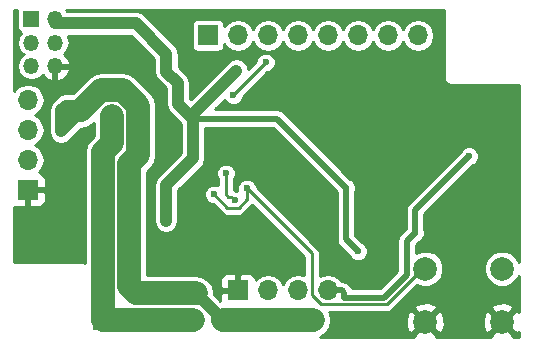
<source format=gbl>
G04 #@! TF.FileFunction,Copper,L2,Bot,Signal*
%FSLAX46Y46*%
G04 Gerber Fmt 4.6, Leading zero omitted, Abs format (unit mm)*
G04 Created by KiCad (PCBNEW 4.0.7) date 07/23/18 00:28:13*
%MOMM*%
%LPD*%
G01*
G04 APERTURE LIST*
%ADD10C,0.100000*%
%ADD11R,1.700000X1.700000*%
%ADD12O,1.700000X1.700000*%
%ADD13C,2.000000*%
%ADD14R,1.350000X1.350000*%
%ADD15O,1.350000X1.350000*%
%ADD16C,0.600000*%
%ADD17C,0.800000*%
%ADD18C,1.000000*%
%ADD19C,0.500000*%
%ADD20C,0.250000*%
%ADD21C,2.000000*%
%ADD22C,0.254000*%
G04 APERTURE END LIST*
D10*
D11*
X142240000Y-99441000D03*
D12*
X142240000Y-96901000D03*
X142240000Y-94361000D03*
X142240000Y-91821000D03*
D13*
X182372000Y-106117000D03*
X182372000Y-110617000D03*
X175872000Y-106117000D03*
X175872000Y-110617000D03*
D11*
X157480000Y-86360000D03*
D12*
X160020000Y-86360000D03*
X162560000Y-86360000D03*
X165100000Y-86360000D03*
X167640000Y-86360000D03*
X170180000Y-86360000D03*
X172720000Y-86360000D03*
X175260000Y-86360000D03*
D11*
X148590000Y-110490000D03*
D12*
X151130000Y-110490000D03*
X153670000Y-110490000D03*
X156210000Y-110490000D03*
X158750000Y-110490000D03*
X161290000Y-110490000D03*
X163830000Y-110490000D03*
X166370000Y-110490000D03*
D11*
X160020000Y-107950000D03*
D12*
X162560000Y-107950000D03*
X165100000Y-107950000D03*
X167640000Y-107950000D03*
D14*
X142526000Y-84963000D03*
D15*
X144526000Y-84963000D03*
X142526000Y-86963000D03*
X144526000Y-86963000D03*
X142526000Y-88963000D03*
X144526000Y-88963000D03*
D16*
X170180000Y-104648000D03*
X169164000Y-99250500D03*
X156210000Y-93408500D03*
X159893000Y-89344500D03*
X153924000Y-102044500D03*
X159004000Y-98044000D03*
X159766000Y-100330000D03*
X162369500Y-88646000D03*
X159639000Y-91440000D03*
X157988000Y-99822000D03*
X160782000Y-99314000D03*
X149352000Y-94488000D03*
X149352000Y-93218000D03*
D17*
X145034000Y-94488000D03*
X145034000Y-92710000D03*
D16*
X159639000Y-96393000D03*
X157988000Y-96393000D03*
X172339000Y-103632000D03*
X154559000Y-84836000D03*
X179578000Y-96583500D03*
X175006000Y-103060500D03*
D18*
X153924000Y-102044500D02*
X153924000Y-99060000D01*
X153924000Y-99060000D02*
X156210000Y-96774000D01*
X156210000Y-96774000D02*
X156210000Y-93408500D01*
X144526000Y-85344000D02*
X151384000Y-85344000D01*
X151384000Y-85344000D02*
X153950001Y-87910001D01*
X153950001Y-87910001D02*
X153950001Y-89434001D01*
X153950001Y-89434001D02*
X154940000Y-90424000D01*
X154940000Y-90424000D02*
X154940000Y-92138500D01*
X154940000Y-92138500D02*
X156210000Y-93408500D01*
D19*
X169164000Y-99250500D02*
X169164000Y-103632000D01*
X169164000Y-103632000D02*
X170180000Y-104648000D01*
X156210000Y-93408500D02*
X163322000Y-93408500D01*
X163322000Y-93408500D02*
X169164000Y-99250500D01*
D18*
X156210000Y-93408500D02*
X156210000Y-93027500D01*
X156210000Y-93027500D02*
X159893000Y-89344500D01*
D20*
X159212001Y-100030001D02*
X159004000Y-99822000D01*
X159004000Y-99822000D02*
X159004000Y-98044000D01*
X159766000Y-100330000D02*
X159466001Y-100030001D01*
X159466001Y-100030001D02*
X159212001Y-100030001D01*
X160655000Y-90424000D02*
X160655000Y-90360500D01*
X160655000Y-90360500D02*
X162369500Y-88646000D01*
X160655000Y-90424000D02*
X159639000Y-91440000D01*
X160782000Y-99314000D02*
X160782000Y-100239002D01*
X160782000Y-100239002D02*
X160066001Y-100955001D01*
X160066001Y-100955001D02*
X159121001Y-100955001D01*
X159121001Y-100955001D02*
X157988000Y-99822000D01*
X166275001Y-108324003D02*
X166275001Y-107385999D01*
X167075999Y-109125001D02*
X166275001Y-108324003D01*
X172609999Y-109125001D02*
X167075999Y-109125001D01*
X175618000Y-106117000D02*
X172609999Y-109125001D01*
X166275001Y-104807001D02*
X160782000Y-99314000D01*
X166275001Y-107385999D02*
X166275001Y-104807001D01*
D21*
X148590000Y-110490000D02*
X148590000Y-96266000D01*
X149352000Y-94488000D02*
X149352000Y-93218000D01*
X149352000Y-95504000D02*
X149352000Y-94488000D01*
X148590000Y-96266000D02*
X149352000Y-95504000D01*
X151130000Y-110490000D02*
X148590000Y-110490000D01*
X153670000Y-110490000D02*
X151130000Y-110490000D01*
X156210000Y-110490000D02*
X153670000Y-110490000D01*
D18*
X158750000Y-110490000D02*
X156464000Y-108204000D01*
X145034000Y-94488000D02*
X145796000Y-93726000D01*
X145796000Y-93726000D02*
X146748717Y-92773283D01*
X145034000Y-92710000D02*
X145796000Y-93472000D01*
X145796000Y-93472000D02*
X145796000Y-93726000D01*
X146748717Y-92773283D02*
X146748717Y-92710000D01*
X145034000Y-92710000D02*
X145433999Y-92310001D01*
X145433999Y-92310001D02*
X146348718Y-92310001D01*
X146348718Y-92310001D02*
X146748717Y-92710000D01*
X145034000Y-94488000D02*
X145034000Y-92710000D01*
D21*
X156464000Y-108204000D02*
X151384000Y-108204000D01*
X151384000Y-108204000D02*
X150790010Y-107610010D01*
X150790010Y-107610010D02*
X150790010Y-97282000D01*
X150790010Y-97282000D02*
X151552010Y-96520000D01*
X151552010Y-92306727D02*
X150263273Y-91017990D01*
X151552010Y-96520000D02*
X151552010Y-92306727D01*
X150263273Y-91017990D02*
X148440727Y-91017990D01*
X148440727Y-91017990D02*
X146748717Y-92710000D01*
X161290000Y-110490000D02*
X158750000Y-110490000D01*
X163830000Y-110490000D02*
X161290000Y-110490000D01*
X166370000Y-110490000D02*
X163830000Y-110490000D01*
D19*
X169037000Y-108549991D02*
X169037000Y-108144919D01*
X169037000Y-108144919D02*
X168842081Y-107950000D01*
X168842081Y-107950000D02*
X167640000Y-107950000D01*
X172371823Y-108549991D02*
X169037000Y-108549991D01*
X174307500Y-106614314D02*
X172371823Y-108549991D01*
X174307500Y-103759000D02*
X174307500Y-106614314D01*
X175006000Y-103060500D02*
X174307500Y-103759000D01*
X175006000Y-103060500D02*
X175006000Y-101155500D01*
X175006000Y-101155500D02*
X179578000Y-96583500D01*
D22*
G36*
X141305519Y-84288000D02*
X141305519Y-85638000D01*
X141342824Y-85836259D01*
X141459995Y-86018348D01*
X141629028Y-86133844D01*
X141384401Y-86499953D01*
X141292295Y-86963000D01*
X141384401Y-87426047D01*
X141646696Y-87818599D01*
X141862807Y-87963000D01*
X141646696Y-88107401D01*
X141384401Y-88499953D01*
X141292295Y-88963000D01*
X141384401Y-89426047D01*
X141646696Y-89818599D01*
X142039248Y-90080894D01*
X142502295Y-90173000D01*
X142549705Y-90173000D01*
X143012752Y-90080894D01*
X143405304Y-89818599D01*
X143474823Y-89714557D01*
X143736460Y-90008349D01*
X144196598Y-90230920D01*
X144399000Y-90108090D01*
X144399000Y-89090000D01*
X144653000Y-89090000D01*
X144653000Y-90108090D01*
X144855402Y-90230920D01*
X145315540Y-90008349D01*
X145655478Y-89626633D01*
X145793910Y-89292400D01*
X145670224Y-89090000D01*
X144653000Y-89090000D01*
X144399000Y-89090000D01*
X144379000Y-89090000D01*
X144379000Y-88836000D01*
X144399000Y-88836000D01*
X144399000Y-88816000D01*
X144653000Y-88816000D01*
X144653000Y-88836000D01*
X145670224Y-88836000D01*
X145793910Y-88633600D01*
X145655478Y-88299367D01*
X145315540Y-87917651D01*
X145281619Y-87901243D01*
X145405304Y-87818599D01*
X145667599Y-87426047D01*
X145759705Y-86963000D01*
X145667599Y-86499953D01*
X145586781Y-86379000D01*
X150955288Y-86379000D01*
X152915001Y-88338712D01*
X152915001Y-89433996D01*
X152915000Y-89434001D01*
X152993786Y-89830078D01*
X153218145Y-90165857D01*
X153905000Y-90852712D01*
X153905000Y-92138495D01*
X153904999Y-92138500D01*
X153983785Y-92534577D01*
X154208144Y-92870356D01*
X155175000Y-93837211D01*
X155175000Y-96345289D01*
X153192144Y-98328144D01*
X152967785Y-98663923D01*
X152888999Y-99060000D01*
X152889000Y-99060005D01*
X152889000Y-102044500D01*
X152967785Y-102440577D01*
X153192144Y-102776356D01*
X153527923Y-103000715D01*
X153924000Y-103079500D01*
X154320077Y-103000715D01*
X154655856Y-102776356D01*
X154880215Y-102440577D01*
X154959000Y-102044500D01*
X154959000Y-99488712D01*
X156941853Y-97505858D01*
X156941856Y-97505856D01*
X157140305Y-97208855D01*
X157166215Y-97170078D01*
X157245001Y-96774000D01*
X157245000Y-96773995D01*
X157245000Y-94193500D01*
X162996842Y-94193500D01*
X168379000Y-99575658D01*
X168379000Y-103632000D01*
X168438755Y-103932407D01*
X168608921Y-104187079D01*
X169422063Y-105000221D01*
X169471708Y-105120372D01*
X169706393Y-105355466D01*
X170013179Y-105482855D01*
X170345363Y-105483145D01*
X170652372Y-105356292D01*
X170887466Y-105121607D01*
X171014855Y-104814821D01*
X171015145Y-104482637D01*
X170888292Y-104175628D01*
X170653607Y-103940534D01*
X170532336Y-103890178D01*
X169949000Y-103306842D01*
X169949000Y-99537385D01*
X169998855Y-99417321D01*
X169999145Y-99085137D01*
X169872292Y-98778128D01*
X169637607Y-98543034D01*
X169516336Y-98492678D01*
X163877079Y-92853421D01*
X163622407Y-92683255D01*
X163322000Y-92623500D01*
X158077712Y-92623500D01*
X158889228Y-91811983D01*
X158930708Y-91912372D01*
X159165393Y-92147466D01*
X159472179Y-92274855D01*
X159804363Y-92275145D01*
X160111372Y-92148292D01*
X160346466Y-91913607D01*
X160473855Y-91606821D01*
X160473915Y-91538465D01*
X161121690Y-90890690D01*
X161249559Y-90699322D01*
X162467794Y-89481086D01*
X162534863Y-89481145D01*
X162841872Y-89354292D01*
X163076966Y-89119607D01*
X163204355Y-88812821D01*
X163204645Y-88480637D01*
X163077792Y-88173628D01*
X162843107Y-87938534D01*
X162536321Y-87811145D01*
X162204137Y-87810855D01*
X161897128Y-87937708D01*
X161662034Y-88172393D01*
X161534645Y-88479179D01*
X161534585Y-88547534D01*
X160896414Y-89185705D01*
X160849215Y-88948422D01*
X160624856Y-88612644D01*
X160289078Y-88388285D01*
X159893000Y-88309499D01*
X159496923Y-88388285D01*
X159161145Y-88612644D01*
X156019500Y-91754288D01*
X155975000Y-91709788D01*
X155975000Y-90424005D01*
X155975001Y-90424000D01*
X155896215Y-90027923D01*
X155671856Y-89692144D01*
X154985001Y-89005289D01*
X154985001Y-87910001D01*
X154953771Y-87753000D01*
X154906216Y-87513923D01*
X154807696Y-87366477D01*
X154681857Y-87178145D01*
X154681854Y-87178143D01*
X153013712Y-85510000D01*
X156084519Y-85510000D01*
X156084519Y-87210000D01*
X156121824Y-87408259D01*
X156238995Y-87590348D01*
X156417777Y-87712505D01*
X156630000Y-87755481D01*
X158330000Y-87755481D01*
X158528259Y-87718176D01*
X158710348Y-87601005D01*
X158832505Y-87422223D01*
X158875481Y-87210000D01*
X158875481Y-87119274D01*
X159040657Y-87366477D01*
X159489983Y-87666707D01*
X160020000Y-87772134D01*
X160550017Y-87666707D01*
X160999343Y-87366477D01*
X161290000Y-86931478D01*
X161580657Y-87366477D01*
X162029983Y-87666707D01*
X162560000Y-87772134D01*
X163090017Y-87666707D01*
X163539343Y-87366477D01*
X163830000Y-86931478D01*
X164120657Y-87366477D01*
X164569983Y-87666707D01*
X165100000Y-87772134D01*
X165630017Y-87666707D01*
X166079343Y-87366477D01*
X166370000Y-86931478D01*
X166660657Y-87366477D01*
X167109983Y-87666707D01*
X167640000Y-87772134D01*
X168170017Y-87666707D01*
X168619343Y-87366477D01*
X168910000Y-86931478D01*
X169200657Y-87366477D01*
X169649983Y-87666707D01*
X170180000Y-87772134D01*
X170710017Y-87666707D01*
X171159343Y-87366477D01*
X171450000Y-86931478D01*
X171740657Y-87366477D01*
X172189983Y-87666707D01*
X172720000Y-87772134D01*
X173250017Y-87666707D01*
X173699343Y-87366477D01*
X173990000Y-86931478D01*
X174280657Y-87366477D01*
X174729983Y-87666707D01*
X175260000Y-87772134D01*
X175790017Y-87666707D01*
X176239343Y-87366477D01*
X176539573Y-86917151D01*
X176645000Y-86387134D01*
X176645000Y-86332866D01*
X176539573Y-85802849D01*
X176239343Y-85353523D01*
X175790017Y-85053293D01*
X175260000Y-84947866D01*
X174729983Y-85053293D01*
X174280657Y-85353523D01*
X173990000Y-85788522D01*
X173699343Y-85353523D01*
X173250017Y-85053293D01*
X172720000Y-84947866D01*
X172189983Y-85053293D01*
X171740657Y-85353523D01*
X171450000Y-85788522D01*
X171159343Y-85353523D01*
X170710017Y-85053293D01*
X170180000Y-84947866D01*
X169649983Y-85053293D01*
X169200657Y-85353523D01*
X168910000Y-85788522D01*
X168619343Y-85353523D01*
X168170017Y-85053293D01*
X167640000Y-84947866D01*
X167109983Y-85053293D01*
X166660657Y-85353523D01*
X166370000Y-85788522D01*
X166079343Y-85353523D01*
X165630017Y-85053293D01*
X165100000Y-84947866D01*
X164569983Y-85053293D01*
X164120657Y-85353523D01*
X163830000Y-85788522D01*
X163539343Y-85353523D01*
X163090017Y-85053293D01*
X162560000Y-84947866D01*
X162029983Y-85053293D01*
X161580657Y-85353523D01*
X161290000Y-85788522D01*
X160999343Y-85353523D01*
X160550017Y-85053293D01*
X160020000Y-84947866D01*
X159489983Y-85053293D01*
X159040657Y-85353523D01*
X158875481Y-85600726D01*
X158875481Y-85510000D01*
X158838176Y-85311741D01*
X158721005Y-85129652D01*
X158542223Y-85007495D01*
X158330000Y-84964519D01*
X156630000Y-84964519D01*
X156431741Y-85001824D01*
X156249652Y-85118995D01*
X156127495Y-85297777D01*
X156084519Y-85510000D01*
X153013712Y-85510000D01*
X152115856Y-84612144D01*
X151780077Y-84387785D01*
X151384000Y-84308999D01*
X151383995Y-84309000D01*
X145540008Y-84309000D01*
X145451140Y-84176000D01*
X177444000Y-84176000D01*
X177444000Y-89916000D01*
X177490433Y-90149437D01*
X177622665Y-90347335D01*
X177820563Y-90479567D01*
X178054000Y-90526000D01*
X183794000Y-90526000D01*
X183794000Y-105538887D01*
X183674068Y-105248629D01*
X183242643Y-104816449D01*
X182678670Y-104582267D01*
X182068009Y-104581735D01*
X181503629Y-104814932D01*
X181071449Y-105246357D01*
X180837267Y-105810330D01*
X180836735Y-106420991D01*
X181069932Y-106985371D01*
X181501357Y-107417551D01*
X182065330Y-107651733D01*
X182675991Y-107652265D01*
X183240371Y-107419068D01*
X183672551Y-106987643D01*
X183794000Y-106695161D01*
X183794000Y-109749044D01*
X183791387Y-109742736D01*
X183524532Y-109644073D01*
X182551605Y-110617000D01*
X183524532Y-111589927D01*
X183791387Y-111491264D01*
X183794000Y-111484231D01*
X183794000Y-111912000D01*
X183292253Y-111912000D01*
X183344927Y-111769532D01*
X182372000Y-110796605D01*
X181399073Y-111769532D01*
X181451747Y-111912000D01*
X176792253Y-111912000D01*
X176844927Y-111769532D01*
X175872000Y-110796605D01*
X174899073Y-111769532D01*
X174951747Y-111912000D01*
X166938089Y-111912000D01*
X166957419Y-111908155D01*
X167455409Y-111575409D01*
X167788155Y-111077419D01*
X167905000Y-110490000D01*
X167877642Y-110352461D01*
X174226092Y-110352461D01*
X174250144Y-111002460D01*
X174452613Y-111491264D01*
X174719468Y-111589927D01*
X175692395Y-110617000D01*
X176051605Y-110617000D01*
X177024532Y-111589927D01*
X177291387Y-111491264D01*
X177517908Y-110881539D01*
X177498331Y-110352461D01*
X180726092Y-110352461D01*
X180750144Y-111002460D01*
X180952613Y-111491264D01*
X181219468Y-111589927D01*
X182192395Y-110617000D01*
X181219468Y-109644073D01*
X180952613Y-109742736D01*
X180726092Y-110352461D01*
X177498331Y-110352461D01*
X177493856Y-110231540D01*
X177291387Y-109742736D01*
X177024532Y-109644073D01*
X176051605Y-110617000D01*
X175692395Y-110617000D01*
X174719468Y-109644073D01*
X174452613Y-109742736D01*
X174226092Y-110352461D01*
X167877642Y-110352461D01*
X167788155Y-109902581D01*
X167709591Y-109785001D01*
X172609999Y-109785001D01*
X172862570Y-109734761D01*
X173076689Y-109591691D01*
X173203912Y-109464468D01*
X174899073Y-109464468D01*
X175872000Y-110437395D01*
X176844927Y-109464468D01*
X181399073Y-109464468D01*
X182372000Y-110437395D01*
X183344927Y-109464468D01*
X183246264Y-109197613D01*
X182636539Y-108971092D01*
X181986540Y-108995144D01*
X181497736Y-109197613D01*
X181399073Y-109464468D01*
X176844927Y-109464468D01*
X176746264Y-109197613D01*
X176136539Y-108971092D01*
X175486540Y-108995144D01*
X174997736Y-109197613D01*
X174899073Y-109464468D01*
X173203912Y-109464468D01*
X175177633Y-107490747D01*
X175565330Y-107651733D01*
X176175991Y-107652265D01*
X176740371Y-107419068D01*
X177172551Y-106987643D01*
X177406733Y-106423670D01*
X177407265Y-105813009D01*
X177174068Y-105248629D01*
X176742643Y-104816449D01*
X176178670Y-104582267D01*
X175568009Y-104581735D01*
X175092500Y-104778211D01*
X175092500Y-104084158D01*
X175358221Y-103818437D01*
X175478372Y-103768792D01*
X175713466Y-103534107D01*
X175840855Y-103227321D01*
X175841145Y-102895137D01*
X175791000Y-102773776D01*
X175791000Y-101480658D01*
X179930221Y-97341437D01*
X180050372Y-97291792D01*
X180285466Y-97057107D01*
X180412855Y-96750321D01*
X180413145Y-96418137D01*
X180286292Y-96111128D01*
X180051607Y-95876034D01*
X179744821Y-95748645D01*
X179412637Y-95748355D01*
X179105628Y-95875208D01*
X178870534Y-96109893D01*
X178820178Y-96231164D01*
X174450921Y-100600421D01*
X174280755Y-100855093D01*
X174280755Y-100855094D01*
X174221000Y-101155500D01*
X174221000Y-102735342D01*
X173752421Y-103203921D01*
X173582255Y-103458593D01*
X173582255Y-103458594D01*
X173522500Y-103759000D01*
X173522500Y-106289156D01*
X172046665Y-107764991D01*
X169709111Y-107764991D01*
X169592079Y-107589840D01*
X169397160Y-107394921D01*
X169142488Y-107224755D01*
X168842081Y-107165000D01*
X168767329Y-107165000D01*
X168619343Y-106943523D01*
X168170017Y-106643293D01*
X167640000Y-106537866D01*
X167109983Y-106643293D01*
X166935001Y-106760212D01*
X166935001Y-104807001D01*
X166884761Y-104554430D01*
X166792933Y-104417000D01*
X166741692Y-104340311D01*
X161617086Y-99215706D01*
X161617145Y-99148637D01*
X161490292Y-98841628D01*
X161255607Y-98606534D01*
X160948821Y-98479145D01*
X160616637Y-98478855D01*
X160309628Y-98605708D01*
X160074534Y-98840393D01*
X159947145Y-99147179D01*
X159946855Y-99479363D01*
X159957633Y-99505448D01*
X159932821Y-99495145D01*
X159830540Y-99495056D01*
X159718572Y-99420241D01*
X159703892Y-99417321D01*
X159664000Y-99409386D01*
X159664000Y-98564990D01*
X159711466Y-98517607D01*
X159838855Y-98210821D01*
X159839145Y-97878637D01*
X159712292Y-97571628D01*
X159477607Y-97336534D01*
X159170821Y-97209145D01*
X158838637Y-97208855D01*
X158531628Y-97335708D01*
X158296534Y-97570393D01*
X158169145Y-97877179D01*
X158168855Y-98209363D01*
X158295708Y-98516372D01*
X158344000Y-98564748D01*
X158344000Y-99065699D01*
X158154821Y-98987145D01*
X157822637Y-98986855D01*
X157515628Y-99113708D01*
X157280534Y-99348393D01*
X157153145Y-99655179D01*
X157152855Y-99987363D01*
X157279708Y-100294372D01*
X157514393Y-100529466D01*
X157821179Y-100656855D01*
X157889534Y-100656915D01*
X158654310Y-101421691D01*
X158868430Y-101564761D01*
X159121001Y-101615001D01*
X160066001Y-101615001D01*
X160318572Y-101564761D01*
X160532691Y-101421691D01*
X161244501Y-100709882D01*
X165615001Y-105080382D01*
X165615001Y-106640306D01*
X165100000Y-106537866D01*
X164569983Y-106643293D01*
X164120657Y-106943523D01*
X163830000Y-107378522D01*
X163539343Y-106943523D01*
X163090017Y-106643293D01*
X162560000Y-106537866D01*
X162029983Y-106643293D01*
X161580657Y-106943523D01*
X161505000Y-107056752D01*
X161505000Y-106973691D01*
X161408327Y-106740302D01*
X161229699Y-106561673D01*
X160996310Y-106465000D01*
X160305750Y-106465000D01*
X160147000Y-106623750D01*
X160147000Y-107823000D01*
X160167000Y-107823000D01*
X160167000Y-108077000D01*
X160147000Y-108077000D01*
X160147000Y-108097000D01*
X159893000Y-108097000D01*
X159893000Y-108077000D01*
X158693750Y-108077000D01*
X158535000Y-108235750D01*
X158535000Y-108811289D01*
X157987172Y-108263461D01*
X157999000Y-108204000D01*
X157882155Y-107616581D01*
X157549409Y-107118591D01*
X157332551Y-106973691D01*
X158535000Y-106973691D01*
X158535000Y-107664250D01*
X158693750Y-107823000D01*
X159893000Y-107823000D01*
X159893000Y-106623750D01*
X159734250Y-106465000D01*
X159043690Y-106465000D01*
X158810301Y-106561673D01*
X158631673Y-106740302D01*
X158535000Y-106973691D01*
X157332551Y-106973691D01*
X157051419Y-106785845D01*
X156464000Y-106669000D01*
X152325010Y-106669000D01*
X152325010Y-97917818D01*
X152637419Y-97605409D01*
X152970165Y-97107419D01*
X153087010Y-96520000D01*
X153087010Y-92306727D01*
X152970165Y-91719308D01*
X152637419Y-91221318D01*
X151348682Y-89932581D01*
X150850692Y-89599835D01*
X150263273Y-89482990D01*
X148440727Y-89482990D01*
X147853308Y-89599835D01*
X147355318Y-89932581D01*
X146012898Y-91275001D01*
X145434004Y-91275001D01*
X145433999Y-91275000D01*
X145037922Y-91353786D01*
X144702143Y-91578145D01*
X144302144Y-91978144D01*
X144077785Y-92313923D01*
X143998999Y-92710000D01*
X143999000Y-92710005D01*
X143999000Y-94487995D01*
X143998999Y-94488000D01*
X144077785Y-94884077D01*
X144302144Y-95219856D01*
X144637923Y-95444215D01*
X145034000Y-95523001D01*
X145430077Y-95444215D01*
X145765856Y-95219856D01*
X146527853Y-94457858D01*
X146527856Y-94457856D01*
X146742040Y-94243672D01*
X146748717Y-94245000D01*
X147336136Y-94128155D01*
X147817000Y-93806852D01*
X147817000Y-94868182D01*
X147504591Y-95180591D01*
X147171845Y-95678581D01*
X147055000Y-96266000D01*
X147055000Y-105614823D01*
X147045437Y-105608433D01*
X146812000Y-105562000D01*
X141072000Y-105562000D01*
X141072000Y-100846599D01*
X141263691Y-100926000D01*
X141954250Y-100926000D01*
X142113000Y-100767250D01*
X142113000Y-99568000D01*
X142367000Y-99568000D01*
X142367000Y-100767250D01*
X142525750Y-100926000D01*
X143216309Y-100926000D01*
X143449698Y-100829327D01*
X143628327Y-100650699D01*
X143725000Y-100417310D01*
X143725000Y-99726750D01*
X143566250Y-99568000D01*
X142367000Y-99568000D01*
X142113000Y-99568000D01*
X142093000Y-99568000D01*
X142093000Y-99314000D01*
X142113000Y-99314000D01*
X142113000Y-99294000D01*
X142367000Y-99294000D01*
X142367000Y-99314000D01*
X143566250Y-99314000D01*
X143725000Y-99155250D01*
X143725000Y-98464690D01*
X143628327Y-98231301D01*
X143449698Y-98052673D01*
X143216309Y-97956000D01*
X143133248Y-97956000D01*
X143246477Y-97880343D01*
X143546707Y-97431017D01*
X143652134Y-96901000D01*
X143546707Y-96370983D01*
X143246477Y-95921657D01*
X142811478Y-95631000D01*
X143246477Y-95340343D01*
X143546707Y-94891017D01*
X143652134Y-94361000D01*
X143546707Y-93830983D01*
X143246477Y-93381657D01*
X142811478Y-93091000D01*
X143246477Y-92800343D01*
X143546707Y-92351017D01*
X143652134Y-91821000D01*
X143546707Y-91290983D01*
X143246477Y-90841657D01*
X142797151Y-90541427D01*
X142267134Y-90436000D01*
X142212866Y-90436000D01*
X141682849Y-90541427D01*
X141233523Y-90841657D01*
X141072000Y-91083393D01*
X141072000Y-84176000D01*
X141328199Y-84176000D01*
X141305519Y-84288000D01*
X141305519Y-84288000D01*
G37*
X141305519Y-84288000D02*
X141305519Y-85638000D01*
X141342824Y-85836259D01*
X141459995Y-86018348D01*
X141629028Y-86133844D01*
X141384401Y-86499953D01*
X141292295Y-86963000D01*
X141384401Y-87426047D01*
X141646696Y-87818599D01*
X141862807Y-87963000D01*
X141646696Y-88107401D01*
X141384401Y-88499953D01*
X141292295Y-88963000D01*
X141384401Y-89426047D01*
X141646696Y-89818599D01*
X142039248Y-90080894D01*
X142502295Y-90173000D01*
X142549705Y-90173000D01*
X143012752Y-90080894D01*
X143405304Y-89818599D01*
X143474823Y-89714557D01*
X143736460Y-90008349D01*
X144196598Y-90230920D01*
X144399000Y-90108090D01*
X144399000Y-89090000D01*
X144653000Y-89090000D01*
X144653000Y-90108090D01*
X144855402Y-90230920D01*
X145315540Y-90008349D01*
X145655478Y-89626633D01*
X145793910Y-89292400D01*
X145670224Y-89090000D01*
X144653000Y-89090000D01*
X144399000Y-89090000D01*
X144379000Y-89090000D01*
X144379000Y-88836000D01*
X144399000Y-88836000D01*
X144399000Y-88816000D01*
X144653000Y-88816000D01*
X144653000Y-88836000D01*
X145670224Y-88836000D01*
X145793910Y-88633600D01*
X145655478Y-88299367D01*
X145315540Y-87917651D01*
X145281619Y-87901243D01*
X145405304Y-87818599D01*
X145667599Y-87426047D01*
X145759705Y-86963000D01*
X145667599Y-86499953D01*
X145586781Y-86379000D01*
X150955288Y-86379000D01*
X152915001Y-88338712D01*
X152915001Y-89433996D01*
X152915000Y-89434001D01*
X152993786Y-89830078D01*
X153218145Y-90165857D01*
X153905000Y-90852712D01*
X153905000Y-92138495D01*
X153904999Y-92138500D01*
X153983785Y-92534577D01*
X154208144Y-92870356D01*
X155175000Y-93837211D01*
X155175000Y-96345289D01*
X153192144Y-98328144D01*
X152967785Y-98663923D01*
X152888999Y-99060000D01*
X152889000Y-99060005D01*
X152889000Y-102044500D01*
X152967785Y-102440577D01*
X153192144Y-102776356D01*
X153527923Y-103000715D01*
X153924000Y-103079500D01*
X154320077Y-103000715D01*
X154655856Y-102776356D01*
X154880215Y-102440577D01*
X154959000Y-102044500D01*
X154959000Y-99488712D01*
X156941853Y-97505858D01*
X156941856Y-97505856D01*
X157140305Y-97208855D01*
X157166215Y-97170078D01*
X157245001Y-96774000D01*
X157245000Y-96773995D01*
X157245000Y-94193500D01*
X162996842Y-94193500D01*
X168379000Y-99575658D01*
X168379000Y-103632000D01*
X168438755Y-103932407D01*
X168608921Y-104187079D01*
X169422063Y-105000221D01*
X169471708Y-105120372D01*
X169706393Y-105355466D01*
X170013179Y-105482855D01*
X170345363Y-105483145D01*
X170652372Y-105356292D01*
X170887466Y-105121607D01*
X171014855Y-104814821D01*
X171015145Y-104482637D01*
X170888292Y-104175628D01*
X170653607Y-103940534D01*
X170532336Y-103890178D01*
X169949000Y-103306842D01*
X169949000Y-99537385D01*
X169998855Y-99417321D01*
X169999145Y-99085137D01*
X169872292Y-98778128D01*
X169637607Y-98543034D01*
X169516336Y-98492678D01*
X163877079Y-92853421D01*
X163622407Y-92683255D01*
X163322000Y-92623500D01*
X158077712Y-92623500D01*
X158889228Y-91811983D01*
X158930708Y-91912372D01*
X159165393Y-92147466D01*
X159472179Y-92274855D01*
X159804363Y-92275145D01*
X160111372Y-92148292D01*
X160346466Y-91913607D01*
X160473855Y-91606821D01*
X160473915Y-91538465D01*
X161121690Y-90890690D01*
X161249559Y-90699322D01*
X162467794Y-89481086D01*
X162534863Y-89481145D01*
X162841872Y-89354292D01*
X163076966Y-89119607D01*
X163204355Y-88812821D01*
X163204645Y-88480637D01*
X163077792Y-88173628D01*
X162843107Y-87938534D01*
X162536321Y-87811145D01*
X162204137Y-87810855D01*
X161897128Y-87937708D01*
X161662034Y-88172393D01*
X161534645Y-88479179D01*
X161534585Y-88547534D01*
X160896414Y-89185705D01*
X160849215Y-88948422D01*
X160624856Y-88612644D01*
X160289078Y-88388285D01*
X159893000Y-88309499D01*
X159496923Y-88388285D01*
X159161145Y-88612644D01*
X156019500Y-91754288D01*
X155975000Y-91709788D01*
X155975000Y-90424005D01*
X155975001Y-90424000D01*
X155896215Y-90027923D01*
X155671856Y-89692144D01*
X154985001Y-89005289D01*
X154985001Y-87910001D01*
X154953771Y-87753000D01*
X154906216Y-87513923D01*
X154807696Y-87366477D01*
X154681857Y-87178145D01*
X154681854Y-87178143D01*
X153013712Y-85510000D01*
X156084519Y-85510000D01*
X156084519Y-87210000D01*
X156121824Y-87408259D01*
X156238995Y-87590348D01*
X156417777Y-87712505D01*
X156630000Y-87755481D01*
X158330000Y-87755481D01*
X158528259Y-87718176D01*
X158710348Y-87601005D01*
X158832505Y-87422223D01*
X158875481Y-87210000D01*
X158875481Y-87119274D01*
X159040657Y-87366477D01*
X159489983Y-87666707D01*
X160020000Y-87772134D01*
X160550017Y-87666707D01*
X160999343Y-87366477D01*
X161290000Y-86931478D01*
X161580657Y-87366477D01*
X162029983Y-87666707D01*
X162560000Y-87772134D01*
X163090017Y-87666707D01*
X163539343Y-87366477D01*
X163830000Y-86931478D01*
X164120657Y-87366477D01*
X164569983Y-87666707D01*
X165100000Y-87772134D01*
X165630017Y-87666707D01*
X166079343Y-87366477D01*
X166370000Y-86931478D01*
X166660657Y-87366477D01*
X167109983Y-87666707D01*
X167640000Y-87772134D01*
X168170017Y-87666707D01*
X168619343Y-87366477D01*
X168910000Y-86931478D01*
X169200657Y-87366477D01*
X169649983Y-87666707D01*
X170180000Y-87772134D01*
X170710017Y-87666707D01*
X171159343Y-87366477D01*
X171450000Y-86931478D01*
X171740657Y-87366477D01*
X172189983Y-87666707D01*
X172720000Y-87772134D01*
X173250017Y-87666707D01*
X173699343Y-87366477D01*
X173990000Y-86931478D01*
X174280657Y-87366477D01*
X174729983Y-87666707D01*
X175260000Y-87772134D01*
X175790017Y-87666707D01*
X176239343Y-87366477D01*
X176539573Y-86917151D01*
X176645000Y-86387134D01*
X176645000Y-86332866D01*
X176539573Y-85802849D01*
X176239343Y-85353523D01*
X175790017Y-85053293D01*
X175260000Y-84947866D01*
X174729983Y-85053293D01*
X174280657Y-85353523D01*
X173990000Y-85788522D01*
X173699343Y-85353523D01*
X173250017Y-85053293D01*
X172720000Y-84947866D01*
X172189983Y-85053293D01*
X171740657Y-85353523D01*
X171450000Y-85788522D01*
X171159343Y-85353523D01*
X170710017Y-85053293D01*
X170180000Y-84947866D01*
X169649983Y-85053293D01*
X169200657Y-85353523D01*
X168910000Y-85788522D01*
X168619343Y-85353523D01*
X168170017Y-85053293D01*
X167640000Y-84947866D01*
X167109983Y-85053293D01*
X166660657Y-85353523D01*
X166370000Y-85788522D01*
X166079343Y-85353523D01*
X165630017Y-85053293D01*
X165100000Y-84947866D01*
X164569983Y-85053293D01*
X164120657Y-85353523D01*
X163830000Y-85788522D01*
X163539343Y-85353523D01*
X163090017Y-85053293D01*
X162560000Y-84947866D01*
X162029983Y-85053293D01*
X161580657Y-85353523D01*
X161290000Y-85788522D01*
X160999343Y-85353523D01*
X160550017Y-85053293D01*
X160020000Y-84947866D01*
X159489983Y-85053293D01*
X159040657Y-85353523D01*
X158875481Y-85600726D01*
X158875481Y-85510000D01*
X158838176Y-85311741D01*
X158721005Y-85129652D01*
X158542223Y-85007495D01*
X158330000Y-84964519D01*
X156630000Y-84964519D01*
X156431741Y-85001824D01*
X156249652Y-85118995D01*
X156127495Y-85297777D01*
X156084519Y-85510000D01*
X153013712Y-85510000D01*
X152115856Y-84612144D01*
X151780077Y-84387785D01*
X151384000Y-84308999D01*
X151383995Y-84309000D01*
X145540008Y-84309000D01*
X145451140Y-84176000D01*
X177444000Y-84176000D01*
X177444000Y-89916000D01*
X177490433Y-90149437D01*
X177622665Y-90347335D01*
X177820563Y-90479567D01*
X178054000Y-90526000D01*
X183794000Y-90526000D01*
X183794000Y-105538887D01*
X183674068Y-105248629D01*
X183242643Y-104816449D01*
X182678670Y-104582267D01*
X182068009Y-104581735D01*
X181503629Y-104814932D01*
X181071449Y-105246357D01*
X180837267Y-105810330D01*
X180836735Y-106420991D01*
X181069932Y-106985371D01*
X181501357Y-107417551D01*
X182065330Y-107651733D01*
X182675991Y-107652265D01*
X183240371Y-107419068D01*
X183672551Y-106987643D01*
X183794000Y-106695161D01*
X183794000Y-109749044D01*
X183791387Y-109742736D01*
X183524532Y-109644073D01*
X182551605Y-110617000D01*
X183524532Y-111589927D01*
X183791387Y-111491264D01*
X183794000Y-111484231D01*
X183794000Y-111912000D01*
X183292253Y-111912000D01*
X183344927Y-111769532D01*
X182372000Y-110796605D01*
X181399073Y-111769532D01*
X181451747Y-111912000D01*
X176792253Y-111912000D01*
X176844927Y-111769532D01*
X175872000Y-110796605D01*
X174899073Y-111769532D01*
X174951747Y-111912000D01*
X166938089Y-111912000D01*
X166957419Y-111908155D01*
X167455409Y-111575409D01*
X167788155Y-111077419D01*
X167905000Y-110490000D01*
X167877642Y-110352461D01*
X174226092Y-110352461D01*
X174250144Y-111002460D01*
X174452613Y-111491264D01*
X174719468Y-111589927D01*
X175692395Y-110617000D01*
X176051605Y-110617000D01*
X177024532Y-111589927D01*
X177291387Y-111491264D01*
X177517908Y-110881539D01*
X177498331Y-110352461D01*
X180726092Y-110352461D01*
X180750144Y-111002460D01*
X180952613Y-111491264D01*
X181219468Y-111589927D01*
X182192395Y-110617000D01*
X181219468Y-109644073D01*
X180952613Y-109742736D01*
X180726092Y-110352461D01*
X177498331Y-110352461D01*
X177493856Y-110231540D01*
X177291387Y-109742736D01*
X177024532Y-109644073D01*
X176051605Y-110617000D01*
X175692395Y-110617000D01*
X174719468Y-109644073D01*
X174452613Y-109742736D01*
X174226092Y-110352461D01*
X167877642Y-110352461D01*
X167788155Y-109902581D01*
X167709591Y-109785001D01*
X172609999Y-109785001D01*
X172862570Y-109734761D01*
X173076689Y-109591691D01*
X173203912Y-109464468D01*
X174899073Y-109464468D01*
X175872000Y-110437395D01*
X176844927Y-109464468D01*
X181399073Y-109464468D01*
X182372000Y-110437395D01*
X183344927Y-109464468D01*
X183246264Y-109197613D01*
X182636539Y-108971092D01*
X181986540Y-108995144D01*
X181497736Y-109197613D01*
X181399073Y-109464468D01*
X176844927Y-109464468D01*
X176746264Y-109197613D01*
X176136539Y-108971092D01*
X175486540Y-108995144D01*
X174997736Y-109197613D01*
X174899073Y-109464468D01*
X173203912Y-109464468D01*
X175177633Y-107490747D01*
X175565330Y-107651733D01*
X176175991Y-107652265D01*
X176740371Y-107419068D01*
X177172551Y-106987643D01*
X177406733Y-106423670D01*
X177407265Y-105813009D01*
X177174068Y-105248629D01*
X176742643Y-104816449D01*
X176178670Y-104582267D01*
X175568009Y-104581735D01*
X175092500Y-104778211D01*
X175092500Y-104084158D01*
X175358221Y-103818437D01*
X175478372Y-103768792D01*
X175713466Y-103534107D01*
X175840855Y-103227321D01*
X175841145Y-102895137D01*
X175791000Y-102773776D01*
X175791000Y-101480658D01*
X179930221Y-97341437D01*
X180050372Y-97291792D01*
X180285466Y-97057107D01*
X180412855Y-96750321D01*
X180413145Y-96418137D01*
X180286292Y-96111128D01*
X180051607Y-95876034D01*
X179744821Y-95748645D01*
X179412637Y-95748355D01*
X179105628Y-95875208D01*
X178870534Y-96109893D01*
X178820178Y-96231164D01*
X174450921Y-100600421D01*
X174280755Y-100855093D01*
X174280755Y-100855094D01*
X174221000Y-101155500D01*
X174221000Y-102735342D01*
X173752421Y-103203921D01*
X173582255Y-103458593D01*
X173582255Y-103458594D01*
X173522500Y-103759000D01*
X173522500Y-106289156D01*
X172046665Y-107764991D01*
X169709111Y-107764991D01*
X169592079Y-107589840D01*
X169397160Y-107394921D01*
X169142488Y-107224755D01*
X168842081Y-107165000D01*
X168767329Y-107165000D01*
X168619343Y-106943523D01*
X168170017Y-106643293D01*
X167640000Y-106537866D01*
X167109983Y-106643293D01*
X166935001Y-106760212D01*
X166935001Y-104807001D01*
X166884761Y-104554430D01*
X166792933Y-104417000D01*
X166741692Y-104340311D01*
X161617086Y-99215706D01*
X161617145Y-99148637D01*
X161490292Y-98841628D01*
X161255607Y-98606534D01*
X160948821Y-98479145D01*
X160616637Y-98478855D01*
X160309628Y-98605708D01*
X160074534Y-98840393D01*
X159947145Y-99147179D01*
X159946855Y-99479363D01*
X159957633Y-99505448D01*
X159932821Y-99495145D01*
X159830540Y-99495056D01*
X159718572Y-99420241D01*
X159703892Y-99417321D01*
X159664000Y-99409386D01*
X159664000Y-98564990D01*
X159711466Y-98517607D01*
X159838855Y-98210821D01*
X159839145Y-97878637D01*
X159712292Y-97571628D01*
X159477607Y-97336534D01*
X159170821Y-97209145D01*
X158838637Y-97208855D01*
X158531628Y-97335708D01*
X158296534Y-97570393D01*
X158169145Y-97877179D01*
X158168855Y-98209363D01*
X158295708Y-98516372D01*
X158344000Y-98564748D01*
X158344000Y-99065699D01*
X158154821Y-98987145D01*
X157822637Y-98986855D01*
X157515628Y-99113708D01*
X157280534Y-99348393D01*
X157153145Y-99655179D01*
X157152855Y-99987363D01*
X157279708Y-100294372D01*
X157514393Y-100529466D01*
X157821179Y-100656855D01*
X157889534Y-100656915D01*
X158654310Y-101421691D01*
X158868430Y-101564761D01*
X159121001Y-101615001D01*
X160066001Y-101615001D01*
X160318572Y-101564761D01*
X160532691Y-101421691D01*
X161244501Y-100709882D01*
X165615001Y-105080382D01*
X165615001Y-106640306D01*
X165100000Y-106537866D01*
X164569983Y-106643293D01*
X164120657Y-106943523D01*
X163830000Y-107378522D01*
X163539343Y-106943523D01*
X163090017Y-106643293D01*
X162560000Y-106537866D01*
X162029983Y-106643293D01*
X161580657Y-106943523D01*
X161505000Y-107056752D01*
X161505000Y-106973691D01*
X161408327Y-106740302D01*
X161229699Y-106561673D01*
X160996310Y-106465000D01*
X160305750Y-106465000D01*
X160147000Y-106623750D01*
X160147000Y-107823000D01*
X160167000Y-107823000D01*
X160167000Y-108077000D01*
X160147000Y-108077000D01*
X160147000Y-108097000D01*
X159893000Y-108097000D01*
X159893000Y-108077000D01*
X158693750Y-108077000D01*
X158535000Y-108235750D01*
X158535000Y-108811289D01*
X157987172Y-108263461D01*
X157999000Y-108204000D01*
X157882155Y-107616581D01*
X157549409Y-107118591D01*
X157332551Y-106973691D01*
X158535000Y-106973691D01*
X158535000Y-107664250D01*
X158693750Y-107823000D01*
X159893000Y-107823000D01*
X159893000Y-106623750D01*
X159734250Y-106465000D01*
X159043690Y-106465000D01*
X158810301Y-106561673D01*
X158631673Y-106740302D01*
X158535000Y-106973691D01*
X157332551Y-106973691D01*
X157051419Y-106785845D01*
X156464000Y-106669000D01*
X152325010Y-106669000D01*
X152325010Y-97917818D01*
X152637419Y-97605409D01*
X152970165Y-97107419D01*
X153087010Y-96520000D01*
X153087010Y-92306727D01*
X152970165Y-91719308D01*
X152637419Y-91221318D01*
X151348682Y-89932581D01*
X150850692Y-89599835D01*
X150263273Y-89482990D01*
X148440727Y-89482990D01*
X147853308Y-89599835D01*
X147355318Y-89932581D01*
X146012898Y-91275001D01*
X145434004Y-91275001D01*
X145433999Y-91275000D01*
X145037922Y-91353786D01*
X144702143Y-91578145D01*
X144302144Y-91978144D01*
X144077785Y-92313923D01*
X143998999Y-92710000D01*
X143999000Y-92710005D01*
X143999000Y-94487995D01*
X143998999Y-94488000D01*
X144077785Y-94884077D01*
X144302144Y-95219856D01*
X144637923Y-95444215D01*
X145034000Y-95523001D01*
X145430077Y-95444215D01*
X145765856Y-95219856D01*
X146527853Y-94457858D01*
X146527856Y-94457856D01*
X146742040Y-94243672D01*
X146748717Y-94245000D01*
X147336136Y-94128155D01*
X147817000Y-93806852D01*
X147817000Y-94868182D01*
X147504591Y-95180591D01*
X147171845Y-95678581D01*
X147055000Y-96266000D01*
X147055000Y-105614823D01*
X147045437Y-105608433D01*
X146812000Y-105562000D01*
X141072000Y-105562000D01*
X141072000Y-100846599D01*
X141263691Y-100926000D01*
X141954250Y-100926000D01*
X142113000Y-100767250D01*
X142113000Y-99568000D01*
X142367000Y-99568000D01*
X142367000Y-100767250D01*
X142525750Y-100926000D01*
X143216309Y-100926000D01*
X143449698Y-100829327D01*
X143628327Y-100650699D01*
X143725000Y-100417310D01*
X143725000Y-99726750D01*
X143566250Y-99568000D01*
X142367000Y-99568000D01*
X142113000Y-99568000D01*
X142093000Y-99568000D01*
X142093000Y-99314000D01*
X142113000Y-99314000D01*
X142113000Y-99294000D01*
X142367000Y-99294000D01*
X142367000Y-99314000D01*
X143566250Y-99314000D01*
X143725000Y-99155250D01*
X143725000Y-98464690D01*
X143628327Y-98231301D01*
X143449698Y-98052673D01*
X143216309Y-97956000D01*
X143133248Y-97956000D01*
X143246477Y-97880343D01*
X143546707Y-97431017D01*
X143652134Y-96901000D01*
X143546707Y-96370983D01*
X143246477Y-95921657D01*
X142811478Y-95631000D01*
X143246477Y-95340343D01*
X143546707Y-94891017D01*
X143652134Y-94361000D01*
X143546707Y-93830983D01*
X143246477Y-93381657D01*
X142811478Y-93091000D01*
X143246477Y-92800343D01*
X143546707Y-92351017D01*
X143652134Y-91821000D01*
X143546707Y-91290983D01*
X143246477Y-90841657D01*
X142797151Y-90541427D01*
X142267134Y-90436000D01*
X142212866Y-90436000D01*
X141682849Y-90541427D01*
X141233523Y-90841657D01*
X141072000Y-91083393D01*
X141072000Y-84176000D01*
X141328199Y-84176000D01*
X141305519Y-84288000D01*
M02*

</source>
